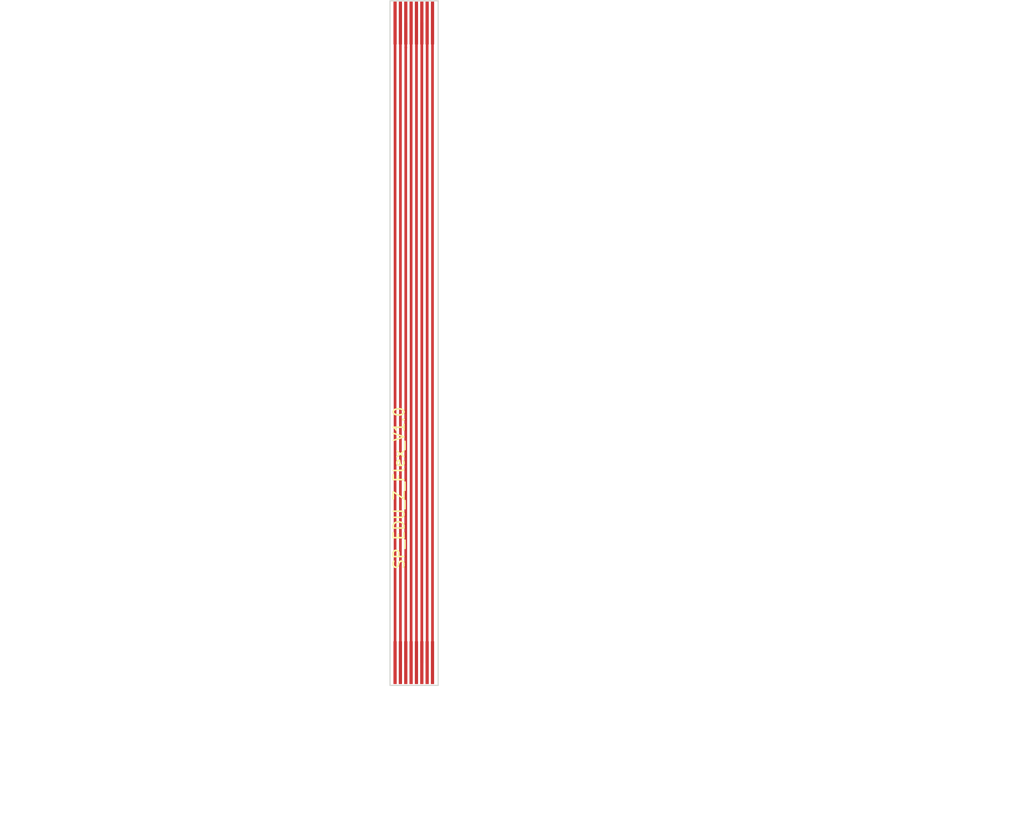
<source format=kicad_pcb>
(kicad_pcb (version 20240108) (generator "pcbnew") (generator_version "8.0")
  (layers (0 "F.Cu" signal) (31 "B.Cu" signal) (34 "B.Paste" user) (35 "F.Paste" user) (36 "B.SilkS" user "B.Silkscreen") (37 "F.SilkS" user "F.Silkscreen") (38 "B.Mask" user) (39 "F.Mask" user) (44 "Edge.Cuts" user))
  (net 0 "")
  (net 1 "8")
  (net 2 "7")
  (net 3 "6")
  (net 4 "5")
  (net 5 "4")
  (net 6 "3")
  (net 7 "2")
  (net 8 "1")
  (footprint "STS_connector:flexpcb con." (layer "F.Cu") (at 127.55 104.55 180)
    (property "Reference" "J2" (hide yes))
    (property "Value" "Conn_01x08_Male")
    (pad "1" smd rect (at 0.5 -2 180) (size 0.3 4) (layers "F.Cu" "F.Paste" "F.Mask") (net 8 "1"))
    (pad "2" smd rect (at 1 -2 180) (size 0.3 4) (layers "F.Cu" "F.Paste" "F.Mask") (net 7 "2"))
    (pad "3" smd rect (at 1.5 -2 180) (size 0.3 4) (layers "F.Cu" "F.Paste" "F.Mask") (net 6 "3"))
    (pad "4" smd rect (at 2 -2 180) (size 0.3 4) (layers "F.Cu" "F.Paste" "F.Mask") (net 5 "4"))
    (pad "5" smd rect (at 2.5 -2 180) (size 0.3 4) (layers "F.Cu" "F.Paste" "F.Mask") (net 4 "5"))
    (pad "6" smd rect (at 3 -2 180) (size 0.3 4) (layers "F.Cu" "F.Paste" "F.Mask") (net 3 "6"))
    (pad "7" smd rect (at 3.5 -2 180) (size 0.3 4) (layers "F.Cu" "F.Paste" "F.Mask") (net 2 "7"))
    (pad "8" smd rect (at 4 -2 180) (size 0.3 4) (layers "F.Cu" "F.Paste" "F.Mask") (net 1 "8"))
  )
  (footprint "STS_connector:flexpcb con." (layer "F.Cu") (at 123.0508 48.75)
    (property "Reference" "J1" (hide yes))
    (property "Value" "Conn_01x08_Male")
    (pad "1" smd rect (at 0.5 -2) (size 0.3 4) (layers "F.Cu" "F.Paste" "F.Mask") (net 1 "8"))
    (pad "2" smd rect (at 1 -2) (size 0.3 4) (layers "F.Cu" "F.Paste" "F.Mask") (net 2 "7"))
    (pad "3" smd rect (at 1.5 -2) (size 0.3 4) (layers "F.Cu" "F.Paste" "F.Mask") (net 3 "6"))
    (pad "4" smd rect (at 2 -2) (size 0.3 4) (layers "F.Cu" "F.Paste" "F.Mask") (net 4 "5"))
    (pad "5" smd rect (at 2.5 -2) (size 0.3 4) (layers "F.Cu" "F.Paste" "F.Mask") (net 5 "4"))
    (pad "6" smd rect (at 3 -2) (size 0.3 4) (layers "F.Cu" "F.Paste" "F.Mask") (net 6 "3"))
    (pad "7" smd rect (at 3.5 -2) (size 0.3 4) (layers "F.Cu" "F.Paste" "F.Mask") (net 7 "2"))
    (pad "8" smd rect (at 4 -2) (size 0.3 4) (layers "F.Cu" "F.Paste" "F.Mask") (net 8 "1"))
  )
  (gr_line (start 123.079 108.6734) (end 127.579 108.6734) (stroke (width 0.1)) (layer "Edge.Cuts"))
  (gr_line (start 123.079 44.6734) (end 123.079 108.6734) (stroke (width 0.1)) (layer "Edge.Cuts"))
  (gr_line (start 123.079 44.6734) (end 127.579 44.6734) (stroke (width 0.1)) (layer "Edge.Cuts"))
  (gr_line (start 127.579 44.6734) (end 127.579 108.6734) (stroke (width 0.1)) (layer "Edge.Cuts"))
  (gr_text "SP_EDU_Z_Flex_V1.0" (at 124.5108 97.917 90) (layer "F.SilkS") (effects (font (size 1 1)) (justify left bottom)))
  (segment (start 123.5508 106.5492) (end 123.55 106.55) (width 0.25) (layer "F.Cu") (net 1))
  (segment (start 123.5508 46.75) (end 123.5508 106.5492) (width 0.25) (layer "F.Cu") (net 1))
  (segment (start 124.05 106.55) (end 124.05 46.7508) (width 0.25) (layer "F.Cu") (net 2))
  (segment (start 124.05 46.7508) (end 124.0508 46.75) (width 0.25) (layer "F.Cu") (net 2))
  (segment (start 124.55 49.0508) (end 124.55 106.55) (width 0.25) (layer "F.Cu") (net 3))
  (segment (start 124.5508 49.05) (end 124.55 49.0508) (width 0.25) (layer "F.Cu") (net 3))
  (segment (start 124.5508 46.75) (end 124.5508 49.05) (width 0.25) (layer "F.Cu") (net 3))
  (segment (start 125.05 106.55) (end 125.05 46.7508) (width 0.25) (layer "F.Cu") (net 4))
  (segment (start 125.05 46.7508) (end 125.0508 46.75) (width 0.25) (layer "F.Cu") (net 4))
  (segment (start 125.5508 46.75) (end 125.5508 106.5492) (width 0.25) (layer "F.Cu") (net 5))
  (segment (start 125.5508 106.5492) (end 125.55 106.55) (width 0.25) (layer "F.Cu") (net 5))
  (segment (start 126.05 106.55) (end 126.05 46.7508) (width 0.25) (layer "F.Cu") (net 6))
  (segment (start 126.05 46.7508) (end 126.0508 46.75) (width 0.25) (layer "F.Cu") (net 6))
  (segment (start 126.5508 46.75) (end 126.5508 106.5492) (width 0.25) (layer "F.Cu") (net 7))
  (segment (start 126.5508 106.5492) (end 126.55 106.55) (width 0.25) (layer "F.Cu") (net 7))
  (segment (start 127.05 106.55) (end 127.05 46.7508) (width 0.25) (layer "F.Cu") (net 8))
  (segment (start 127.05 46.7508) (end 127.0508 46.75) (width 0.25) (layer "F.Cu") (net 8))
)
</source>
